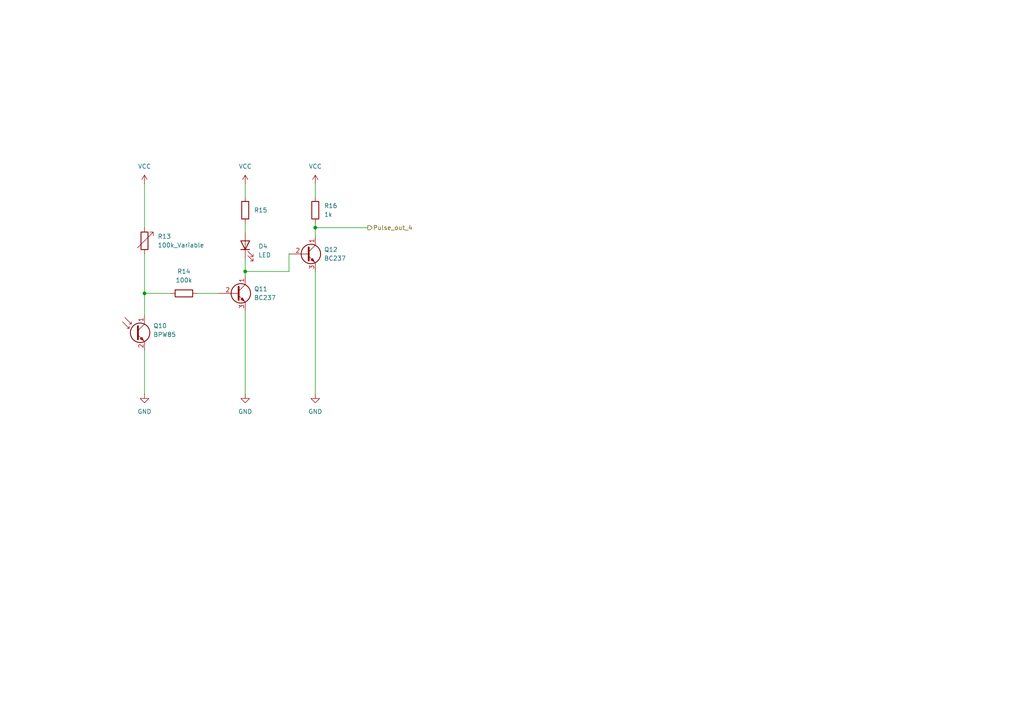
<source format=kicad_sch>
(kicad_sch (version 20231120) (generator "eeschema") (generator_version "8.0")
  (paper "A4")
  (lib_symbols
    (symbol "Device:LED" (pin_numbers hide) (pin_names (offset 1.016) hide)
      (property "Reference" "D" (at 0 2.54 0))
      (property "Value" "LED" (at 0 -2.54 0))
      (symbol "LED_0_1"
        (polyline (pts (xy -1.27 -1.27) (xy -1.27 1.27)) (stroke (width 0.254)))
        (polyline (pts (xy -1.27 0) (xy 1.27 0)))
        (polyline (pts (xy 1.27 -1.27) (xy 1.27 1.27) (xy -1.27 0) (xy 1.27 -1.27)) (stroke (width 0.254)))
        (polyline (pts (xy -3.048 -0.762) (xy -4.572 -2.286) (xy -3.81 -2.286) (xy -4.572 -2.286) (xy -4.572 -1.524)))
        (polyline (pts (xy -1.778 -0.762) (xy -3.302 -2.286) (xy -2.54 -2.286) (xy -3.302 -2.286) (xy -3.302 -1.524)))
      )
      (symbol "LED_1_1"
        (pin passive line (at -3.81 0 0) (length 2.54) (name "K") (number "1"))
        (pin passive line (at 3.81 0 180) (length 2.54) (name "A") (number "2"))
      )
    )
    (symbol "Device:R" (pin_numbers hide) (pin_names (offset 0))
      (property "Reference" "R" (at 2.032 0 90))
      (property "Value" "R" (at 0 0 90))
      (symbol "R_0_1"
        (rectangle (start -1.016 -2.54) (end 1.016 2.54) (stroke (width 0.254)))
      )
      (symbol "R_1_1"
        (pin passive line (at 0 3.81 270) (length 1.27) (name "~") (number "1"))
        (pin passive line (at 0 -3.81 90) (length 1.27) (name "~") (number "2"))
      )
    )
    (symbol "Device:R_Variable" (pin_numbers hide) (pin_names (offset 0))
      (property "Reference" "R" (at 2.54 -2.54 90))
      (property "Value" "R_Variable" (at -2.54 -1.27 90))
      (symbol "R_Variable_0_1"
        (rectangle (start -1.016 -2.54) (end 1.016 2.54) (stroke (width 0.254)))
        (polyline (pts (xy 2.54 1.524) (xy 2.54 2.54) (xy 1.524 2.54) (xy 2.54 2.54) (xy -2.032 -2.032)))
      )
      (symbol "R_Variable_1_1"
        (pin passive line (at 0 3.81 270) (length 1.27) (name "~") (number "1"))
        (pin passive line (at 0 -3.81 90) (length 1.27) (name "~") (number "2"))
      )
    )
    (symbol "Sensor_Optical:BPW85" (pin_names (offset 0) hide)
      (property "Reference" "Q" (at 5.08 1.27 0))
      (property "Value" "BPW85" (at 5.08 -1.27 0))
      (symbol "BPW85_0_1"
        (polyline (pts (xy -1.905 1.27) (xy -2.54 1.27)))
        (polyline (pts (xy -1.27 2.54) (xy -1.905 2.54)))
        (polyline (pts (xy 0.635 0.635) (xy 2.54 2.54)))
        (polyline (pts (xy -3.81 3.175) (xy -1.905 1.27) (xy -1.905 1.905)))
        (polyline (pts (xy -3.175 4.445) (xy -1.27 2.54) (xy -1.27 3.175)))
        (polyline (pts (xy 0.635 -0.635) (xy 2.54 -2.54) (xy 2.54 -2.54)))
        (polyline (pts (xy 0.635 1.905) (xy 0.635 -1.905) (xy 0.635 -1.905)) (stroke (width 0.508)))
        (polyline (pts (xy 1.27 -1.778) (xy 1.778 -1.27) (xy 2.286 -2.286) (xy 1.27 -1.778) (xy 1.27 -1.778)) (fill (type outline)))
        (circle (center 1.27 0) (radius 2.8194) (stroke (width 0.254)))
      )
      (symbol "BPW85_1_1"
        (pin passive line (at 2.54 5.08 270) (length 2.54) (name "C") (number "1"))
        (pin passive line (at 2.54 -5.08 90) (length 2.54) (name "E") (number "2"))
      )
    )
    (symbol "Transistor_BJT:BC237" (pin_names (offset 0) hide)
      (property "Reference" "Q" (at 5.08 1.905 0))
      (property "Value" "BC237" (at 5.08 0 0))
      (symbol "BC237_0_1"
        (polyline (pts (xy 0 0) (xy 0.635 0)))
        (polyline (pts (xy 0.635 0.635) (xy 2.54 2.54)))
        (polyline (pts (xy 0.635 -0.635) (xy 2.54 -2.54) (xy 2.54 -2.54)))
        (polyline (pts (xy 0.635 1.905) (xy 0.635 -1.905) (xy 0.635 -1.905)) (stroke (width 0.508)))
        (polyline (pts (xy 1.27 -1.778) (xy 1.778 -1.27) (xy 2.286 -2.286) (xy 1.27 -1.778) (xy 1.27 -1.778)) (fill (type outline)))
        (circle (center 1.27 0) (radius 2.8194) (stroke (width 0.254)))
      )
      (symbol "BC237_1_1"
        (pin passive line (at 2.54 5.08 270) (length 2.54) (name "C") (number "1"))
        (pin input line (at -5.08 0 0) (length 5.08) (name "B") (number "2"))
        (pin passive line (at 2.54 -5.08 90) (length 2.54) (name "E") (number "3"))
      )
    )
    (symbol "power:GND" (power) (pin_numbers hide) (pin_names (offset 0) hide)
      (property "Value" "GND" (at 0 -3.81 0))
      (symbol "GND_0_1"
        (polyline (pts (xy 0 0) (xy 0 -1.27) (xy 1.27 -1.27) (xy 0 -2.54) (xy -1.27 -1.27) (xy 0 -1.27)))
      )
      (symbol "GND_1_1"
        (pin power_in line (at 0 0 270) (length 0) (name "~") (number "1"))
      )
    )
    (symbol "power:VCC" (power) (pin_numbers hide) (pin_names (offset 0) hide)
      (property "Value" "VCC" (at 0 3.556 0))
      (symbol "VCC_0_1"
        (polyline (pts (xy -0.762 1.27) (xy 0 2.54)))
        (polyline (pts (xy 0 0) (xy 0 2.54)))
        (polyline (pts (xy 0 2.54) (xy 0.762 1.27)))
      )
      (symbol "VCC_1_1"
        (pin power_in line (at 0 0 90) (length 0) (name "~") (number "1"))
      )
    )
  )
  (junction (at 91.44 66.04))
  (junction (at 71.12 78.74))
  (junction (at 41.91 85.09))
  (wire (pts (xy 91.44 66.04) (xy 106.68 66.04)))
  (wire (pts (xy 71.12 64.77) (xy 71.12 67.31)))
  (wire (pts (xy 41.91 73.66) (xy 41.91 85.09)))
  (wire (pts (xy 71.12 78.74) (xy 83.82 78.74)))
  (wire (pts (xy 91.44 53.34) (xy 91.44 57.15)))
  (wire (pts (xy 41.91 101.6) (xy 41.91 114.3)))
  (wire (pts (xy 57.15 85.09) (xy 63.5 85.09)))
  (wire (pts (xy 71.12 90.17) (xy 71.12 114.3)))
  (wire (pts (xy 41.91 85.09) (xy 41.91 91.44)))
  (wire (pts (xy 71.12 53.34) (xy 71.12 57.15)))
  (wire (pts (xy 91.44 64.77) (xy 91.44 66.04)))
  (wire (pts (xy 41.91 85.09) (xy 49.53 85.09)))
  (wire (pts (xy 83.82 78.74) (xy 83.82 73.66)))
  (wire (pts (xy 71.12 74.93) (xy 71.12 78.74)))
  (wire (pts (xy 71.12 78.74) (xy 71.12 80.01)))
  (wire (pts (xy 41.91 53.34) (xy 41.91 66.04)))
  (wire (pts (xy 91.44 78.74) (xy 91.44 114.3)))
  (wire (pts (xy 91.44 66.04) (xy 91.44 68.58)))
  (hierarchical_label "Pulse_out_4" (shape output) (at 106.68 66.04 0))
  (symbol (lib_id "Device:R_Variable") (at 41.91 69.85 0) (unit 1)
    (property "Reference" "R13" (at 45.72 68.5799 0) (effects (justify left)))
    (property "Value" "100k_Variable" (at 45.72 71.1199 0) (effects (justify left)))
    (property "Footprint" "Potentiometer_THT:Potentiometer_Bourns_3386P_Vertical" (effects (hide yes)))
    (property "Description" "Variable resistor" (effects (hide yes)))
  )
  (symbol (lib_id "Transistor_BJT:BC237") (at 88.9 73.66 0) (unit 1)
    (property "Reference" "Q12" (at 93.98 72.3899 0) (effects (justify left)))
    (property "Value" "BC237" (at 93.98 74.9299 0) (effects (justify left)))
    (property "Footprint" "Package_TO_SOT_THT:TO-92_Inline" (effects (hide yes)))
    (property "Datasheet" "http://www.onsemi.com/pub_link/Collateral/BC237-D.PDF" (effects (hide yes)))
    (property "Description" "100mA Ic, 50V Vce, Epitaxial Silicon NPN Transistor, TO-92" (effects (hide yes)))
  )
  (symbol (lib_id "power:VCC") (at 91.44 53.34 0) (unit 1)
    (property "Reference" "#PWR020" (effects (hide yes)))
    (property "Value" "VCC" (at 91.44 48.26 0))
    (property "Description" "Power symbol creates a global label with name \"VCC\"" (effects (hide yes)))
  )
  (symbol (lib_id "power:VCC") (at 41.91 53.34 0) (unit 1)
    (property "Reference" "#PWR016" (effects (hide yes)))
    (property "Value" "VCC" (at 41.91 48.26 0))
    (property "Description" "Power symbol creates a global label with name \"VCC\"" (effects (hide yes)))
  )
  (symbol (lib_id "Device:LED") (at 71.12 71.12 90) (unit 1)
    (property "Reference" "D4" (at 74.93 71.4374 90) (effects (justify right)))
    (property "Value" "LED" (at 74.93 73.9774 90) (effects (justify right)))
    (property "Footprint" "LED_THT:LED_D5.0mm" (effects (hide yes)))
    (property "Description" "Light emitting diode" (effects (hide yes)))
  )
  (symbol (lib_id "Device:R") (at 71.12 60.96 180) (unit 1)
    (property "Reference" "R15" (at 73.66 60.9599 0) (effects (justify right)))
    (property "Value" "1k" (effects (hide yes)))
    (property "Footprint" "Resistor_THT:R_Axial_DIN0207_L6.3mm_D2.5mm_P7.62mm_Horizontal" (effects (hide yes)))
    (property "Description" "Resistor" (effects (hide yes)))
  )
  (symbol (lib_id "Transistor_BJT:BC237") (at 68.58 85.09 0) (unit 1)
    (property "Reference" "Q11" (at 73.66 83.8199 0) (effects (justify left)))
    (property "Value" "BC237" (at 73.66 86.3599 0) (effects (justify left)))
    (property "Footprint" "Package_TO_SOT_THT:TO-92_Inline" (effects (hide yes)))
    (property "Datasheet" "http://www.onsemi.com/pub_link/Collateral/BC237-D.PDF" (effects (hide yes)))
    (property "Description" "100mA Ic, 50V Vce, Epitaxial Silicon NPN Transistor, TO-92" (effects (hide yes)))
  )
  (symbol (lib_id "Device:R") (at 53.34 85.09 90) (unit 1)
    (property "Reference" "R14" (at 53.34 78.74 90))
    (property "Value" "100k" (at 53.34 81.28 90))
    (property "Footprint" "Resistor_THT:R_Axial_DIN0207_L6.3mm_D2.5mm_P7.62mm_Horizontal" (effects (hide yes)))
    (property "Description" "Resistor" (effects (hide yes)))
  )
  (symbol (lib_id "power:GND") (at 71.12 114.3 0) (unit 1)
    (property "Reference" "#PWR019" (effects (hide yes)))
    (property "Value" "GND" (at 71.12 119.38 0))
    (property "Description" "Power symbol creates a global label with name \"GND\" , ground" (effects (hide yes)))
  )
  (symbol (lib_id "power:VCC") (at 71.12 53.34 0) (unit 1)
    (property "Reference" "#PWR018" (effects (hide yes)))
    (property "Value" "VCC" (at 71.12 48.26 0))
    (property "Description" "Power symbol creates a global label with name \"VCC\"" (effects (hide yes)))
  )
  (symbol (lib_id "Sensor_Optical:BPW85") (at 39.37 96.52 0) (unit 1)
    (property "Reference" "Q10" (at 44.45 94.5006 0) (effects (justify left)))
    (property "Value" "BPW85" (at 44.45 97.0406 0) (effects (justify left)))
    (property "Footprint" "LED_THT:LED_D3.0mm_Clear" (effects (hide yes)))
    (property "Datasheet" "https://www.vishay.com/docs/81531/bpw85a.pdf" (effects (hide yes)))
    (property "Description" "Silicon NPN Phototransistor, Ica = 0.8-8mA, T-1" (effects (hide yes)))
  )
  (symbol (lib_id "Device:R") (at 91.44 60.96 180) (unit 1)
    (property "Reference" "R16" (at 93.98 59.6899 0) (effects (justify right)))
    (property "Value" "1k" (at 93.98 62.2299 0) (effects (justify right)))
    (property "Footprint" "Resistor_THT:R_Axial_DIN0207_L6.3mm_D2.5mm_P7.62mm_Horizontal" (effects (hide yes)))
    (property "Description" "Resistor" (effects (hide yes)))
  )
  (symbol (lib_id "power:GND") (at 91.44 114.3 0) (unit 1)
    (property "Reference" "#PWR021" (effects (hide yes)))
    (property "Value" "GND" (at 91.44 119.38 0))
    (property "Description" "Power symbol creates a global label with name \"GND\" , ground" (effects (hide yes)))
  )
  (symbol (lib_id "power:GND") (at 41.91 114.3 0) (unit 1)
    (property "Reference" "#PWR017" (effects (hide yes)))
    (property "Value" "GND" (at 41.91 119.38 0))
    (property "Description" "Power symbol creates a global label with name \"GND\" , ground" (effects (hide yes)))
  )
)
</source>
